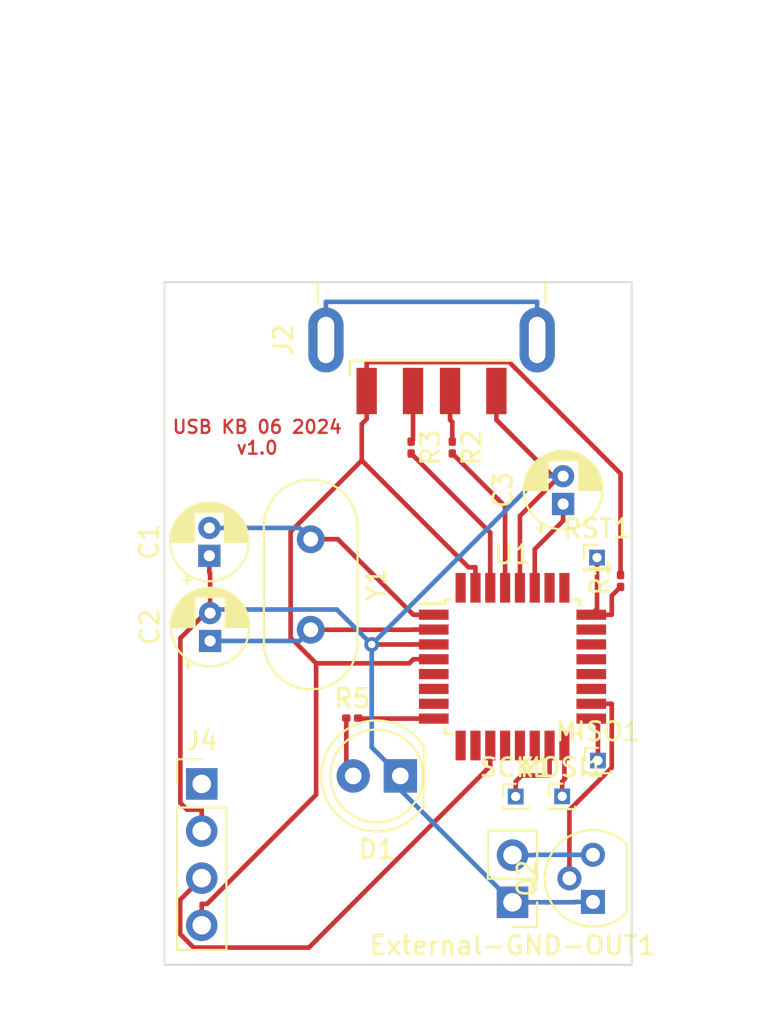
<source format=kicad_pcb>
(kicad_pcb (version 20211014) (generator pcbnew)
  (layers (0 "F.Cu" signal) (31 "B.Cu" signal) (34 "B.Paste" user) (35 "F.Paste" user) (36 "B.SilkS" user "B.Silkscreen") (37 "F.SilkS" user "F.Silkscreen") (38 "B.Mask" user) (39 "F.Mask" user) (44 "Edge.Cuts" user))
  (net 0 "")
  (net 1 "/RST_IC")
  (net 2 "Net-(J2-Pad3)")
  (net 3 "/D+")
  (net 4 "Net-(J2-Pad2)")
  (net 5 "/D-")
  (net 6 "Net-(C2-Pad1)")
  (net 7 "GND")
  (net 15 "/SCK_IC")
  (net 16 "/MOSI_IC")
  (net 17 "/MISO_IC")
  (net 25 "Net-(C3-Pad1)")
  (net 27 "Net-(C1-Pad2)")
  (net 28 "/VCC")
  (net 29 "unconnected-(J2-Pad5)")
  (net 31 "Net-(External-GND-OUT1-Pad2)")
  (net 33 "Net-(D1-Pad2)")
  (net 34 "Net-(J4-Pad3)")
  (net 35 "Net-(U1-Pad8)")
  (net 36 "Net-(Q2-Pad2)")
  (net 37 "Net-(SYN480R1-Pad3)")
  (net 38 "Net-(1uF1-Pad1)")
  (footprint "Resistor_SMD:R_0201_0603Metric" (layer "F.Cu") (at 111.07 84.71 -90)
    (fp_text reference "R2" (at 0 -1.05 90) (layer "F.SilkS"))
    (fp_text value "R 22")
    (pad "1" smd roundrect (at -0.32 0 270) (size 0.46 0.4) (layers "F.Cu" "F.Mask") (net 2 "Net-(J2-Pad3)"))
    (pad "2" smd roundrect (at 0.32 0 270) (size 0.46 0.4) (layers "F.Cu" "F.Mask") (net 3 "/D+"))
  )
  (footprint "Package_QFP:TQFP-32_7x7mm_P0.8mm" (layer "F.Cu") (at 114.32 96.52)
    (fp_text reference "U1" (at 0 -6.05) (layer "F.SilkS"))
    (fp_text value "ATmega16U2-A")
    (fp_line (start -3.625 -3.625) (end -3.3 -3.625) (layer "F.SilkS") (width 0.15))
    (fp_line (start 3.625 -3.625) (end 3.3 -3.625) (layer "F.SilkS") (width 0.15))
    (fp_line (start 3.625 3.625) (end 3.625 3.3) (layer "F.SilkS") (width 0.15))
    (fp_line (start -3.625 -3.4) (end -5.05 -3.4) (layer "F.SilkS") (width 0.15))
    (fp_line (start -3.625 3.625) (end -3.625 3.3) (layer "F.SilkS") (width 0.15))
    (fp_line (start -3.625 -3.625) (end -3.625 -3.4) (layer "F.SilkS") (width 0.15))
    (fp_line (start 3.625 -3.625) (end 3.625 -3.3) (layer "F.SilkS") (width 0.15))
    (fp_line (start 3.625 3.625) (end 3.3 3.625) (layer "F.SilkS") (width 0.15))
    (fp_line (start -3.625 3.625) (end -3.3 3.625) (layer "F.SilkS") (width 0.15))
    (pad "1" smd rect (at -4.25 -2.8) (size 1.6 0.55) (layers "F.Cu" "F.Paste" "F.Mask") (net 27 "Net-(C1-Pad2)"))
    (pad "2" smd rect (at -4.25 -2) (size 1.6 0.55) (layers "F.Cu" "F.Paste" "F.Mask") (net 6 "Net-(C2-Pad1)"))
    (pad "3" smd rect (at -4.25 -1.2) (size 1.6 0.55) (layers "F.Cu" "F.Paste" "F.Mask") (net 7 "GND"))
    (pad "4" smd rect (at -4.25 -0.4) (size 1.6 0.55) (layers "F.Cu" "F.Paste" "F.Mask") (net 28 "/VCC"))
    (pad "5" smd rect (at -4.25 0.4) (size 1.6 0.55) (layers "F.Cu" "F.Paste" "F.Mask"))
    (pad "6" smd rect (at -4.25 1.2) (size 1.6 0.55) (layers "F.Cu" "F.Paste" "F.Mask"))
    (pad "7" smd rect (at -4.25 2) (size 1.6 0.55) (layers "F.Cu" "F.Paste" "F.Mask"))
    (pad "8" smd rect (at -4.25 2.8) (size 1.6 0.55) (layers "F.Cu" "F.Paste" "F.Mask") (net 35 "Net-(U1-Pad8)"))
    (pad "9" smd rect (at -2.8 4.25 90) (size 1.6 0.55) (layers "F.Cu" "F.Paste" "F.Mask"))
    (pad "10" smd rect (at -2 4.25 90) (size 1.6 0.55) (layers "F.Cu" "F.Paste" "F.Mask"))
    (pad "11" smd rect (at -1.2 4.25 90) (size 1.6 0.55) (layers "F.Cu" "F.Paste" "F.Mask") (net 37 "Net-(SYN480R1-Pad3)"))
    (pad "12" smd rect (at -0.4 4.25 90) (size 1.6 0.55) (layers "F.Cu" "F.Paste" "F.Mask"))
    (pad "13" smd rect (at 0.4 4.25 90) (size 1.6 0.55) (layers "F.Cu" "F.Paste" "F.Mask"))
    (pad "14" smd rect (at 1.2 4.25 90) (size 1.6 0.55) (layers "F.Cu" "F.Paste" "F.Mask"))
    (pad "15" smd rect (at 2 4.25 90) (size 1.6 0.55) (layers "F.Cu" "F.Paste" "F.Mask") (net 15 "/SCK_IC"))
    (pad "16" smd rect (at 2.8 4.25 90) (size 1.6 0.55) (layers "F.Cu" "F.Paste" "F.Mask") (net 16 "/MOSI_IC"))
    (pad "17" smd rect (at 4.25 2.8) (size 1.6 0.55) (layers "F.Cu" "F.Paste" "F.Mask") (net 17 "/MISO_IC"))
    (pad "18" smd rect (at 4.25 2) (size 1.6 0.55) (layers "F.Cu" "F.Paste" "F.Mask") (net 36 "Net-(Q2-Pad2)"))
    (pad "19" smd rect (at 4.25 1.2) (size 1.6 0.55) (layers "F.Cu" "F.Paste" "F.Mask"))
    (pad "20" smd rect (at 4.25 0.4) (size 1.6 0.55) (layers "F.Cu" "F.Paste" "F.Mask"))
    (pad "21" smd rect (at 4.25 -0.4) (size 1.6 0.55) (layers "F.Cu" "F.Paste" "F.Mask"))
    (pad "22" smd rect (at 4.25 -1.2) (size 1.6 0.55) (layers "F.Cu" "F.Paste" "F.Mask"))
    (pad "23" smd rect (at 4.25 -2) (size 1.6 0.55) (layers "F.Cu" "F.Paste" "F.Mask"))
    (pad "24" smd rect (at 4.25 -2.8) (size 1.6 0.55) (layers "F.Cu" "F.Paste" "F.Mask") (net 1 "/RST_IC"))
    (pad "25" smd rect (at 2.8 -4.25 90) (size 1.6 0.55) (layers "F.Cu" "F.Paste" "F.Mask"))
    (pad "26" smd rect (at 2 -4.25 90) (size 1.6 0.55) (layers "F.Cu" "F.Paste" "F.Mask"))
    (pad "27" smd rect (at 1.2 -4.25 90) (size 1.6 0.55) (layers "F.Cu" "F.Paste" "F.Mask") (net 38 "Net-(1uF1-Pad1)"))
    (pad "28" smd rect (at 0.4 -4.25 90) (size 1.6 0.55) (layers "F.Cu" "F.Paste" "F.Mask") (net 7 "GND"))
    (pad "29" smd rect (at -0.4 -4.25 90) (size 1.6 0.55) (layers "F.Cu" "F.Paste" "F.Mask") (net 3 "/D+"))
    (pad "30" smd rect (at -1.2 -4.25 90) (size 1.6 0.55) (layers "F.Cu" "F.Paste" "F.Mask") (net 5 "/D-"))
    (pad "31" smd rect (at -2 -4.25 90) (size 1.6 0.55) (layers "F.Cu" "F.Paste" "F.Mask") (net 28 "/VCC"))
    (pad "32" smd rect (at -2.8 -4.25 90) (size 1.6 0.55) (layers "F.Cu" "F.Paste" "F.Mask"))
  )
  (footprint "Connector_PinHeader_1.00mm:PinHeader_1x01_P1.00mm_Vertical" (layer "F.Cu") (at 117 103.51)
    (fp_text reference "MOSI1" (at 0 -1.56) (layer "F.SilkS"))
    (fp_text value "MOSI")
    (fp_line (start -0.695 0.685) (end -0.608276 0.685) (layer "F.SilkS") (width 0.12))
    (fp_line (start -0.695 -0.685) (end 0 -0.685) (layer "F.SilkS") (width 0.12))
    (fp_line (start -0.695 0) (end -0.695 -0.685) (layer "F.SilkS") (width 0.12))
    (fp_line (start 0.695 0.685) (end 0.695 0.56) (layer "F.SilkS") (width 0.12))
    (fp_line (start 0.608276 0.685) (end 0.695 0.685) (layer "F.SilkS") (width 0.12))
    (fp_line (start -0.695 0.685) (end 0.695 0.685) (layer "F.SilkS") (width 0.12))
    (fp_line (start -0.695 0.685) (end -0.695 0.56) (layer "F.SilkS") (width 0.12))
    (pad "1" thru_hole rect (at 0 0) (size 0.85 0.85) (drill 0.5) (layers *.Cu *.Mask) (net 16 "/MOSI_IC"))
  )
  (footprint "Resistor_SMD:R_0201_0603Metric" (layer "F.Cu") (at 105.67 99.29)
    (fp_text reference "R5" (at 0 -1.05) (layer "F.SilkS"))
    (fp_text value "R10k")
    (pad "1" smd roundrect (at -0.32 0) (size 0.46 0.4) (layers "F.Cu" "F.Mask") (net 33 "Net-(D1-Pad2)"))
    (pad "2" smd roundrect (at 0.32 0) (size 0.46 0.4) (layers "F.Cu" "F.Mask") (net 35 "Net-(U1-Pad8)"))
  )
  (footprint "Capacitor_THT:CP_Radial_D4.0mm_P1.50mm" (layer "F.Cu") (at 98 95.1326 90)
    (fp_text reference "C2" (at 0.75 -3.25 90) (layer "F.SilkS"))
    (fp_text value "C")
    (fp_line (start 2.271 0.84) (end 2.271 1.438) (layer "F.SilkS") (width 0.12))
    (fp_line (start 2.471 -1.2) (end 2.471 1.2) (layer "F.SilkS") (width 0.12))
    (fp_line (start 2.751 -0.664) (end 2.751 0.664) (layer "F.SilkS") (width 0.12))
    (fp_line (start 1.711 -1.851) (end 1.711 -0.84) (layer "F.SilkS") (width 0.12))
    (fp_line (start 0.83 0.84) (end 0.83 2.079) (layer "F.SilkS") (width 0.12))
    (fp_line (start 1.03 0.84) (end 1.03 2.062) (layer "F.SilkS") (width 0.12))
    (fp_line (start 0.99 -2.067) (end 0.99 -0.84) (layer "F.SilkS") (width 0.12))
    (fp_line (start 0.75 0.84) (end 0.75 2.08) (layer "F.SilkS") (width 0.12))
    (fp_line (start 1.751 -1.83) (end 1.751 -0.84) (layer "F.SilkS") (width 0.12))
    (fp_line (start 1.831 0.84) (end 1.831 1.785) (layer "F.SilkS") (width 0.12))
    (fp_line (start 2.631 -0.94) (end 2.631 0.94) (layer "F.SilkS") (width 0.12))
    (fp_line (start 2.271 -1.438) (end 2.271 -0.84) (layer "F.SilkS") (width 0.12))
    (fp_line (start 2.551 -1.08) (end 2.551 1.08) (layer "F.SilkS") (width 0.12))
    (fp_line (start 0.75 -2.08) (end 0.75 -0.84) (layer "F.SilkS") (width 0.12))
    (fp_line (start 1.39 0.84) (end 1.39 1.982) (layer "F.SilkS") (width 0.12))
    (fp_line (start 1.591 -1.907) (end 1.591 -0.84) (layer "F.SilkS") (width 0.12))
    (fp_line (start 2.831 -0.37) (end 2.831 0.37) (layer "F.SilkS") (width 0.12))
    (fp_line (start 2.591 -1.013) (end 2.591 1.013) (layer "F.SilkS") (width 0.12))
    (fp_line (start 2.431 -1.254) (end 2.431 1.254) (layer "F.SilkS") (width 0.12))
    (fp_line (start 1.27 0.84) (end 1.27 2.016) (layer "F.SilkS") (width 0.12))
    (fp_line (start 1.39 -1.982) (end 1.39 -0.84) (layer "F.SilkS") (width 0.12))
    (fp_line (start 1.951 0.84) (end 1.951 1.708) (layer "F.SilkS") (width 0.12))
    (fp_line (start 0.95 -2.071) (end 0.95 -0.84) (layer "F.SilkS") (width 0.12))
    (fp_line (start 1.871 0.84) (end 1.871 1.76) (layer "F.SilkS") (width 0.12))
    (fp_line (start 1.671 -1.87) (end 1.671 -0.84) (layer "F.SilkS") (width 0.12))
    (fp_line (start 2.031 -1.65) (end 2.031 -0.84) (layer "F.SilkS") (width 0.12))
    (fp_line (start 1.19 -2.034) (end 1.19 -0.84) (layer "F.SilkS") (width 0.12))
    (fp_line (start 2.791 -0.537) (end 2.791 0.537) (layer "F.SilkS") (width 0.12))
    (fp_line (start 2.711 -0.768) (end 2.711 0.768) (layer "F.SilkS") (width 0.12))
    (fp_line (start 2.111 -1.587) (end 2.111 -0.84) (layer "F.SilkS") (width 0.12))
    (fp_line (start 1.551 0.84) (end 1.551 1.924) (layer "F.SilkS") (width 0.12))
    (fp_line (start 1.19 0.84) (end 1.19 2.034) (layer "F.SilkS") (width 0.12))
    (fp_line (start 2.151 0.84) (end 2.151 1.552) (layer "F.SilkS") (width 0.12))
    (fp_line (start 1.07 -2.056) (end 1.07 -0.84) (layer "F.SilkS") (width 0.12))
    (fp_line (start 0.87 -2.077) (end 0.87 -0.84) (layer "F.SilkS") (width 0.12))
    (fp_line (start 1.43 -1.968) (end 1.43 -0.84) (layer "F.SilkS") (width 0.12))
    (fp_line (start 0.83 -2.079) (end 0.83 -0.84) (layer "F.SilkS") (width 0.12))
    (fp_line (start 1.471 0.84) (end 1.471 1.954) (layer "F.SilkS") (width 0.12))
    (fp_line (start 1.751 0.84) (end 1.751 1.83) (layer "F.SilkS") (width 0.12))
    (fp_line (start 1.23 0.84) (end 1.23 2.025) (layer "F.SilkS") (width 0.12))
    (fp_line (start 1.791 -1.808) (end 1.791 -0.84) (layer "F.SilkS") (width 0.12))
    (fp_line (start 2.231 0.84) (end 2.231 1.478) (layer "F.SilkS") (width 0.12))
    (fp_line (start 0.91 0.84) (end 0.91 2.074) (layer "F.SilkS") (width 0.12))
    (fp_line (start 2.111 0.84) (end 2.111 1.587) (layer "F.SilkS") (width 0.12))
    (fp_line (start 1.511 0.84) (end 1.511 1.94) (layer "F.SilkS") (width 0.12))
    (fp_line (start 0.99 0.84) (end 0.99 2.067) (layer "F.SilkS") (width 0.12))
    (fp_line (start 1.991 -1.68) (end 1.991 -0.84) (layer "F.SilkS") (width 0.12))
    (fp_line (start 1.791 0.84) (end 1.791 1.808) (layer "F.SilkS") (width 0.12))
    (fp_line (start 1.15 -2.042) (end 1.15 -0.84) (layer "F.SilkS") (width 0.12))
    (fp_line (start 1.551 -1.924) (end 1.551 -0.84) (layer "F.SilkS") (width 0.12))
    (fp_line (start 1.31 0.84) (end 1.31 2.005) (layer "F.SilkS") (width 0.12))
    (fp_line (start 2.151 -1.552) (end 2.151 -0.84) (layer "F.SilkS") (width 0.12))
    (fp_line (start 2.311 -1.396) (end 2.311 -0.84) (layer "F.SilkS") (width 0.12))
    (fp_line (start 1.15 0.84) (end 1.15 2.042) (layer "F.SilkS") (width 0.12))
    (fp_line (start 2.191 0.84) (end 2.191 1.516) (layer "F.SilkS") (width 0.12))
    (fp_line (start 2.511 -1.142) (end 2.511 1.142) (layer "F.SilkS") (width 0.12))
    (fp_line (start 1.951 -1.708) (end 1.951 -0.84) (layer "F.SilkS") (width 0.12))
    (fp_line (start 1.871 -1.76) (end 1.871 -0.84) (layer "F.SilkS") (width 0.12))
    (fp_line (start 1.03 -2.062) (end 1.03 -0.84) (layer "F.SilkS") (width 0.12))
    (fp_line (start 2.391 -1.304) (end 2.391 1.304) (layer "F.SilkS") (width 0.12))
    (fp_line (start 0.79 0.84) (end 0.79 2.08) (layer "F.SilkS") (width 0.12))
    (fp_line (start 1.35 0.84) (end 1.35 1.994) (layer "F.SilkS") (width 0.12))
    (fp_line (start 1.11 -2.05) (end 1.11 -0.84) (layer "F.SilkS") (width 0.12))
    (fp_line (start 1.911 -1.735) (end 1.911 -0.84) (layer "F.SilkS") (width 0.12))
    (fp_line (start 1.07 0.84) (end 1.07 2.056) (layer "F.SilkS") (width 0.12))
    (fp_line (start 0.87 0.84) (end 0.87 2.077) (layer "F.SilkS") (width 0.12))
    (fp_line (start 1.471 -1.954) (end 1.471 -0.84) (layer "F.SilkS") (width 0.12))
    (fp_line (start 0.91 -2.074) (end 0.91 -0.84) (layer "F.SilkS") (width 0.12))
    (fp_line (start 2.671 -0.859) (end 2.671 0.859) (layer "F.SilkS") (width 0.12))
    (fp_line (start 0.79 -2.08) (end 0.79 -0.84) (layer "F.SilkS") (width 0.12))
    (fp_line (start 1.511 -1.94) (end 1.511 -0.84) (layer "F.SilkS") (width 0.12))
    (fp_line (start 1.31 -2.005) (end 1.31 -0.84) (layer "F.SilkS") (width 0.12))
    (fp_line (start 1.831 -1.785) (end 1.831 -0.84) (layer "F.SilkS") (width 0.12))
    (fp_line (start 1.911 0.84) (end 1.911 1.735) (layer "F.SilkS") (width 0.12))
    (fp_line (start 1.991 0.84) (end 1.991 1.68) (layer "F.SilkS") (width 0.12))
    (fp_line (start 1.11 0.84) (end 1.11 2.05) (layer "F.SilkS") (width 0.12))
    (fp_line (start 1.591 0.84) (end 1.591 1.907) (layer "F.SilkS") (width 0.12))
    (fp_line (start 1.43 0.84) (end 1.43 1.968) (layer "F.SilkS") (width 0.12))
    (fp_line (start 1.35 -1.994) (end 1.35 -0.84) (layer "F.SilkS") (width 0.12))
    (fp_line (start -1.319801 -1.395) (end -1.319801 -0.995) (layer "F.SilkS") (width 0.12))
    (fp_line (start -1.519801 -1.195) (end -1.119801 -1.195) (layer "F.SilkS") (width 0.12))
    (fp_line (start 2.031 0.84) (end 2.031 1.65) (layer "F.SilkS") (width 0.12))
    (fp_line (start 1.23 -2.025) (end 1.23 -0.84) (layer "F.SilkS") (width 0.12))
    (fp_line (start 2.071 -1.619) (end 2.071 -0.84) (layer "F.SilkS") (width 0.12))
    (fp_line (start 1.631 -1.889) (end 1.631 -0.84) (layer "F.SilkS") (width 0.12))
    (fp_line (start 1.711 0.84) (end 1.711 1.851) (layer "F.SilkS") (width 0.12))
    (fp_line (start 2.351 -1.351) (end 2.351 1.351) (layer "F.SilkS") (width 0.12))
    (fp_line (start 1.631 0.84) (end 1.631 1.889) (layer "F.SilkS") (width 0.12))
    (fp_line (start 1.671 0.84) (end 1.671 1.87) (layer "F.SilkS") (width 0.12))
    (fp_line (start 1.27 -2.016) (end 1.27 -0.84) (layer "F.SilkS") (width 0.12))
    (fp_line (start 2.231 -1.478) (end 2.231 -0.84) (layer "F.SilkS") (width 0.12))
    (fp_line (start 0.95 0.84) (end 0.95 2.071) (layer "F.SilkS") (width 0.12))
    (fp_line (start 2.191 -1.516) (end 2.191 -0.84) (layer "F.SilkS") (width 0.12))
    (fp_line (start 2.311 0.84) (end 2.311 1.396) (layer "F.SilkS") (width 0.12))
    (fp_line (start 2.071 0.84) (end 2.071 1.619) (layer "F.SilkS") (width 0.12))
    (fp_circle (center 0.75 0) (end 2.87 0) (layer "F.SilkS") (width 0.12) (fill none))
    (pad "1" thru_hole rect (at 0 0 90) (size 1.2 1.2) (drill 0.6) (layers *.Cu *.Mask) (net 6 "Net-(C2-Pad1)"))
    (pad "2" thru_hole circle (at 1.5 0 90) (size 1.2 1.2) (drill 0.6) (layers *.Cu *.Mask) (net 7 "GND"))
  )
  (footprint "Capacitor_THT:CP_Radial_D4.0mm_P1.50mm" (layer "F.Cu") (at 117.05 87.7526 90)
    (fp_text reference "C3" (at 0.75 -3.25 90) (layer "F.SilkS"))
    (fp_text value "C 1uF")
    (fp_line (start 1.23 -2.025) (end 1.23 -0.84) (layer "F.SilkS") (width 0.12))
    (fp_line (start 1.43 -1.968) (end 1.43 -0.84) (layer "F.SilkS") (width 0.12))
    (fp_line (start 1.43 0.84) (end 1.43 1.968) (layer "F.SilkS") (width 0.12))
    (fp_line (start 0.87 -2.077) (end 0.87 -0.84) (layer "F.SilkS") (width 0.12))
    (fp_line (start 1.831 -1.785) (end 1.831 -0.84) (layer "F.SilkS") (width 0.12))
    (fp_line (start 0.83 -2.079) (end 0.83 -0.84) (layer "F.SilkS") (width 0.12))
    (fp_line (start 1.671 -1.87) (end 1.671 -0.84) (layer "F.SilkS") (width 0.12))
    (fp_line (start 2.511 -1.142) (end 2.511 1.142) (layer "F.SilkS") (width 0.12))
    (fp_line (start 0.83 0.84) (end 0.83 2.079) (layer "F.SilkS") (width 0.12))
    (fp_line (start 1.951 -1.708) (end 1.951 -0.84) (layer "F.SilkS") (width 0.12))
    (fp_line (start 1.19 0.84) (end 1.19 2.034) (layer "F.SilkS") (width 0.12))
    (fp_line (start 1.951 0.84) (end 1.951 1.708) (layer "F.SilkS") (width 0.12))
    (fp_line (start 0.99 -2.067) (end 0.99 -0.84) (layer "F.SilkS") (width 0.12))
    (fp_line (start 1.591 0.84) (end 1.591 1.907) (layer "F.SilkS") (width 0.12))
    (fp_line (start 1.631 -1.889) (end 1.631 -0.84) (layer "F.SilkS") (width 0.12))
    (fp_line (start 0.79 0.84) (end 0.79 2.08) (layer "F.SilkS") (width 0.12))
    (fp_line (start 0.75 0.84) (end 0.75 2.08) (layer "F.SilkS") (width 0.12))
    (fp_line (start -1.519801 -1.195) (end -1.119801 -1.195) (layer "F.SilkS") (width 0.12))
    (fp_line (start 1.11 0.84) (end 1.11 2.05) (layer "F.SilkS") (width 0.12))
    (fp_line (start 1.991 -1.68) (end 1.991 -0.84) (layer "F.SilkS") (width 0.12))
    (fp_line (start 2.471 -1.2) (end 2.471 1.2) (layer "F.SilkS") (width 0.12))
    (fp_line (start 0.79 -2.08) (end 0.79 -0.84) (layer "F.SilkS") (width 0.12))
    (fp_line (start 1.15 0.84) (end 1.15 2.042) (layer "F.SilkS") (width 0.12))
    (fp_line (start 2.151 0.84) (end 2.151 1.552) (layer "F.SilkS") (width 0.12))
    (fp_line (start 1.911 0.84) (end 1.911 1.735) (layer "F.SilkS") (width 0.12))
    (fp_line (start -1.319801 -1.395) (end -1.319801 -0.995) (layer "F.SilkS") (width 0.12))
    (fp_line (start 2.231 0.84) (end 2.231 1.478) (layer "F.SilkS") (width 0.12))
    (fp_line (start 2.111 0.84) (end 2.111 1.587) (layer "F.SilkS") (width 0.12))
    (fp_line (start 1.31 0.84) (end 1.31 2.005) (layer "F.SilkS") (width 0.12))
    (fp_line (start 1.991 0.84) (end 1.991 1.68) (layer "F.SilkS") (width 0.12))
    (fp_line (start 2.591 -1.013) (end 2.591 1.013) (layer "F.SilkS") (width 0.12))
    (fp_line (start 1.27 -2.016) (end 1.27 -0.84) (layer "F.SilkS") (width 0.12))
    (fp_line (start 1.871 0.84) (end 1.871 1.76) (layer "F.SilkS") (width 0.12))
    (fp_line (start 1.35 -1.994) (end 1.35 -0.84) (layer "F.SilkS") (width 0.12))
    (fp_line (start 2.271 -1.438) (end 2.271 -0.84) (layer "F.SilkS") (width 0.12))
    (fp_line (start 0.75 -2.08) (end 0.75 -0.84) (layer "F.SilkS") (width 0.12))
    (fp_line (start 1.791 0.84) (end 1.791 1.808) (layer "F.SilkS") (width 0.12))
    (fp_line (start 2.551 -1.08) (end 2.551 1.08) (layer "F.SilkS") (width 0.12))
    (fp_line (start 1.511 0.84) (end 1.511 1.94) (layer "F.SilkS") (width 0.12))
    (fp_line (start 1.39 -1.982) (end 1.39 -0.84) (layer "F.SilkS") (width 0.12))
    (fp_line (start 2.711 -0.768) (end 2.711 0.768) (layer "F.SilkS") (width 0.12))
    (fp_line (start 2.791 -0.537) (end 2.791 0.537) (layer "F.SilkS") (width 0.12))
    (fp_line (start 2.311 0.84) (end 2.311 1.396) (layer "F.SilkS") (width 0.12))
    (fp_line (start 1.711 -1.851) (end 1.711 -0.84) (layer "F.SilkS") (width 0.12))
    (fp_line (start 2.111 -1.587) (end 2.111 -0.84) (layer "F.SilkS") (width 0.12))
    (fp_line (start 1.911 -1.735) (end 1.911 -0.84) (layer "F.SilkS") (width 0.12))
    (fp_line (start 2.271 0.84) (end 2.271 1.438) (layer "F.SilkS") (width 0.12))
    (fp_line (start 1.471 0.84) (end 1.471 1.954) (layer "F.SilkS") (width 0.12))
    (fp_line (start 1.03 0.84) (end 1.03 2.062) (layer "F.SilkS") (width 0.12))
    (fp_line (start 2.671 -0.859) (end 2.671 0.859) (layer "F.SilkS") (width 0.12))
    (fp_line (start 1.551 0.84) (end 1.551 1.924) (layer "F.SilkS") (width 0.12))
    (fp_line (start 0.95 0.84) (end 0.95 2.071) (layer "F.SilkS") (width 0.12))
    (fp_line (start 1.631 0.84) (end 1.631 1.889) (layer "F.SilkS") (width 0.12))
    (fp_line (start 1.35 0.84) (end 1.35 1.994) (layer "F.SilkS") (width 0.12))
    (fp_line (start 1.31 -2.005) (end 1.31 -0.84) (layer "F.SilkS") (width 0.12))
    (fp_line (start 2.231 -1.478) (end 2.231 -0.84) (layer "F.SilkS") (width 0.12))
    (fp_line (start 0.95 -2.071) (end 0.95 -0.84) (layer "F.SilkS") (width 0.12))
    (fp_line (start 2.071 -1.619) (end 2.071 -0.84) (layer "F.SilkS") (width 0.12))
    (fp_line (start 1.671 0.84) (end 1.671 1.87) (layer "F.SilkS") (width 0.12))
    (fp_line (start 1.15 -2.042) (end 1.15 -0.84) (layer "F.SilkS") (width 0.12))
    (fp_line (start 1.551 -1.924) (end 1.551 -0.84) (layer "F.SilkS") (width 0.12))
    (fp_line (start 0.87 0.84) (end 0.87 2.077) (layer "F.SilkS") (width 0.12))
    (fp_line (start 1.711 0.84) (end 1.711 1.851) (layer "F.SilkS") (width 0.12))
    (fp_line (start 1.07 -2.056) (end 1.07 -0.84) (layer "F.SilkS") (width 0.12))
    (fp_line (start 1.23 0.84) (end 1.23 2.025) (layer "F.SilkS") (width 0.12))
    (fp_line (start 2.191 0.84) (end 2.191 1.516) (layer "F.SilkS") (width 0.12))
    (fp_line (start 2.191 -1.516) (end 2.191 -0.84) (layer "F.SilkS") (width 0.12))
    (fp_line (start 2.311 -1.396) (end 2.311 -0.84) (layer "F.SilkS") (width 0.12))
    (fp_line (start 2.751 -0.664) (end 2.751 0.664) (layer "F.SilkS") (width 0.12))
    (fp_line (start 1.27 0.84) (end 1.27 2.016) (layer "F.SilkS") (width 0.12))
    (fp_line (start 1.39 0.84) (end 1.39 1.982) (layer "F.SilkS") (width 0.12))
    (fp_line (start 1.791 -1.808) (end 1.791 -0.84) (layer "F.SilkS") (width 0.12))
    (fp_line (start 2.391 -1.304) (end 2.391 1.304) (layer "F.SilkS") (width 0.12))
    (fp_line (start 1.591 -1.907) (end 1.591 -0.84) (layer "F.SilkS") (width 0.12))
    (fp_line (start 2.031 0.84) (end 2.031 1.65) (layer "F.SilkS") (width 0.12))
    (fp_line (start 1.871 -1.76) (end 1.871 -0.84) (layer "F.SilkS") (width 0.12))
    (fp_line (start 0.91 0.84) (end 0.91 2.074) (layer "F.SilkS") (width 0.12))
    (fp_line (start 2.831 -0.37) (end 2.831 0.37) (layer "F.SilkS") (width 0.12))
    (fp_line (start 2.031 -1.65) (end 2.031 -0.84) (layer "F.SilkS") (width 0.12))
    (fp_line (start 1.471 -1.954) (end 1.471 -0.84) (layer "F.SilkS") (width 0.12))
    (fp_line (start 2.631 -0.94) (end 2.631 0.94) (layer "F.SilkS") (width 0.12))
    (fp_line (start 1.03 -2.062) (end 1.03 -0.84) (layer "F.SilkS") (width 0.12))
    (fp_line (start 1.11 -2.05) (end 1.11 -0.84) (layer "F.SilkS") (width 0.12))
    (fp_line (start 2.071 0.84) (end 2.071 1.619) (layer "F.SilkS") (width 0.12))
    (fp_line (start 1.19 -2.034) (end 1.19 -0.84) (layer "F.SilkS") (width 0.12))
    (fp_line (start 1.07 0.84) (end 1.07 2.056) (layer "F.SilkS") (width 0.12))
    (fp_line (start 2.151 -1.552) (end 2.151 -0.84) (layer "F.SilkS") (width 0.12))
    (fp_line (start 1.751 -1.83) (end 1.751 -0.84) (layer "F.SilkS") (width 0.12))
    (fp_line (start 1.751 0.84) (end 1.751 1.83) (layer "F.SilkS") (width 0.12))
    (fp_line (start 1.511 -1.94) (end 1.511 -0.84) (layer "F.SilkS") (width 0.12))
    (fp_line (start 2.351 -1.351) (end 2.351 1.351) (layer "F.SilkS") (width 0.12))
    (fp_line (start 0.91 -2.074) (end 0.91 -0.84) (layer "F.SilkS") (width 0.12))
    (fp_line (start 2.431 -1.254) (end 2.431 1.254) (layer "F.SilkS") (width 0.12))
    (fp_line (start 0.99 0.84) (end 0.99 2.067) (layer "F.SilkS") (width 0.12))
    (fp_line (start 1.831 0.84) (end 1.831 1.785) (layer "F.SilkS") (width 0.12))
    (fp_circle (center 0.75 0) (end 2.87 0) (layer "F.SilkS") (width 0.12) (fill none))
    (pad "1" thru_hole rect (at 0 0 90) (size 1.2 1.2) (drill 0.6) (layers *.Cu *.Mask) (net 25 "Net-(C3-Pad1)"))
    (pad "2" thru_hole circle (at 1.5 0 90) (size 1.2 1.2) (drill 0.6) (layers *.Cu *.Mask) (net 7 "GND"))
  )
  (footprint "Connector_PinHeader_2.54mm:PinHeader_1x02_P2.54mm_Vertical" (layer "F.Cu") (at 114.32 109.22 180)
    (fp_text reference "External-GND-OUT1" (at 0 -2.33 180) (layer "F.SilkS"))
    (fp_text value "Conn_01x02_Male External GND SRC")
    (fp_line (start 1.33 1.27) (end 1.33 3.87) (layer "F.SilkS") (width 0.12))
    (fp_line (start -1.33 3.87) (end 1.33 3.87) (layer "F.SilkS") (width 0.12))
    (fp_line (start -1.33 1.27) (end 1.33 1.27) (layer "F.SilkS") (width 0.12))
    (fp_line (start -1.33 0) (end -1.33 -1.33) (layer "F.SilkS") (width 0.12))
    (fp_line (start -1.33 -1.33) (end 0 -1.33) (layer "F.SilkS") (width 0.12))
    (fp_line (start -1.33 1.27) (end -1.33 3.87) (layer "F.SilkS") (width 0.12))
    (pad "1" thru_hole rect (at 0 0 180) (size 1.7 1.7) (drill 1) (layers *.Cu *.Mask) (net 7 "GND"))
    (pad "2" thru_hole oval (at 0 2.54 180) (size 1.7 1.7) (drill 1) (layers *.Cu *.Mask) (net 31 "Net-(External-GND-OUT1-Pad2)"))
  )
  (footprint "Connector_USB:USB_A_CNCTech_1001-011-01101_Horizontal" (layer "F.Cu") (at 109.95 72.01 90)
    (fp_text reference "J2" (at -6.9 -8 90) (layer "F.SilkS"))
    (fp_text value "USB_A")
    (fp_line (start -8.02 -4.4) (end -8.02 4.4) (layer "F.SilkS") (width 0.12))
    (fp_line (start -4.85 -6.145) (end -3.8 -6.145) (layer "F.SilkS") (width 0.12))
    (fp_line (start -4.85 6.145) (end -3.8 6.145) (layer "F.SilkS") (width 0.12))
    (fp_line (start -8.02 -4.4) (end -8.775 -4.4) (layer "F.SilkS") (width 0.12))
    (pad "" np_thru_hole circle (at -6.9 2.3 90) (size 1.1 1.1) (drill 1.1) (layers *.Cu *.Mask))
    (pad "" np_thru_hole circle (at -6.9 -2.3 90) (size 1.1 1.1) (drill 1.1) (layers *.Cu *.Mask))
    (pad "1" smd rect (at -9.65 -3.5 90) (size 2.5 1.1) (layers "F.Cu" "F.Paste" "F.Mask") (net 28 "/VCC"))
    (pad "2" smd rect (at -9.65 -1 90) (size 2.5 1.1) (layers "F.Cu" "F.Paste" "F.Mask") (net 4 "Net-(J2-Pad2)"))
    (pad "3" smd rect (at -9.65 1 90) (size 2.5 1.1) (layers "F.Cu" "F.Paste" "F.Mask") (net 2 "Net-(J2-Pad3)"))
    (pad "4" smd rect (at -9.65 3.5 90) (size 2.5 1.1) (layers "F.Cu" "F.Paste" "F.Mask") (net 7 "GND"))
    (pad "5" thru_hole oval (at -6.9 5.7 90) (size 3.5 1.9) (drill oval 2.5 0.9) (layers *.Cu *.Mask) (net 29 "unconnected-(J2-Pad5)"))
    (pad "5" thru_hole oval (at -6.9 -5.7 90) (size 3.5 1.9) (drill oval 2.5 0.9) (layers *.Cu *.Mask) (net 29 "unconnected-(J2-Pad5)"))
  )
  (footprint "Connector_PinHeader_1.00mm:PinHeader_1x01_P1.00mm_Vertical" (layer "F.Cu") (at 114.49 103.52)
    (fp_text reference "SCK1" (at 0 -1.56) (layer "F.SilkS"))
    (fp_text value "SCK")
    (fp_line (start -0.695 0.685) (end 0.695 0.685) (layer "F.SilkS") (width 0.12))
    (fp_line (start -0.695 0) (end -0.695 -0.685) (layer "F.SilkS") (width 0.12))
    (fp_line (start -0.695 -0.685) (end 0 -0.685) (layer "F.SilkS") (width 0.12))
    (fp_line (start 0.608276 0.685) (end 0.695 0.685) (layer "F.SilkS") (width 0.12))
    (fp_line (start 0.695 0.685) (end 0.695 0.56) (layer "F.SilkS") (width 0.12))
    (fp_line (start -0.695 0.685) (end -0.608276 0.685) (layer "F.SilkS") (width 0.12))
    (fp_line (start -0.695 0.685) (end -0.695 0.56) (layer "F.SilkS") (width 0.12))
    (pad "1" thru_hole rect (at 0 0) (size 0.85 0.85) (drill 0.5) (layers *.Cu *.Mask) (net 15 "/SCK_IC"))
  )
  (footprint "Capacitor_THT:CP_Radial_D4.0mm_P1.50mm" (layer "F.Cu") (at 97.96 90.5426 90)
    (fp_text reference "C1" (at 0.75 -3.25 90) (layer "F.SilkS"))
    (fp_text value "C")
    (fp_line (start 1.951 -1.708) (end 1.951 -0.84) (layer "F.SilkS") (width 0.12))
    (fp_line (start 2.031 -1.65) (end 2.031 -0.84) (layer "F.SilkS") (width 0.12))
    (fp_line (start 1.871 -1.76) (end 1.871 -0.84) (layer "F.SilkS") (width 0.12))
    (fp_line (start 1.751 -1.83) (end 1.751 -0.84) (layer "F.SilkS") (width 0.12))
    (fp_line (start 0.95 0.84) (end 0.95 2.071) (layer "F.SilkS") (width 0.12))
    (fp_line (start 2.271 -1.438) (end 2.271 -0.84) (layer "F.SilkS") (width 0.12))
    (fp_line (start 1.35 0.84) (end 1.35 1.994) (layer "F.SilkS") (width 0.12))
    (fp_line (start 1.11 -2.05) (end 1.11 -0.84) (layer "F.SilkS") (width 0.12))
    (fp_line (start 1.27 0.84) (end 1.27 2.016) (layer "F.SilkS") (width 0.12))
    (fp_line (start 2.071 -1.619) (end 2.071 -0.84) (layer "F.SilkS") (width 0.12))
    (fp_line (start 1.751 0.84) (end 1.751 1.83) (layer "F.SilkS") (width 0.12))
    (fp_line (start 1.711 -1.851) (end 1.711 -0.84) (layer "F.SilkS") (width 0.12))
    (fp_line (start 1.711 0.84) (end 1.711 1.851) (layer "F.SilkS") (width 0.12))
    (fp_line (start 2.391 -1.304) (end 2.391 1.304) (layer "F.SilkS") (width 0.12))
    (fp_line (start 1.19 0.84) (end 1.19 2.034) (layer "F.SilkS") (width 0.12))
    (fp_line (start 1.791 0.84) (end 1.791 1.808) (layer "F.SilkS") (width 0.12))
    (fp_line (start 1.31 -2.005) (end 1.31 -0.84) (layer "F.SilkS") (width 0.12))
    (fp_line (start 1.15 -2.042) (end 1.15 -0.84) (layer "F.SilkS") (width 0.12))
    (fp_line (start 1.39 -1.982) (end 1.39 -0.84) (layer "F.SilkS") (width 0.12))
    (fp_line (start 0.75 0.84) (end 0.75 2.08) (layer "F.SilkS") (width 0.12))
    (fp_line (start 2.111 0.84) (end 2.111 1.587) (layer "F.SilkS") (width 0.12))
    (fp_line (start 0.91 0.84) (end 0.91 2.074) (layer "F.SilkS") (width 0.12))
    (fp_line (start 2.791 -0.537) (end 2.791 0.537) (layer "F.SilkS") (width 0.12))
    (fp_line (start 1.471 -1.954) (end 1.471 -0.84) (layer "F.SilkS") (width 0.12))
    (fp_line (start 0.91 -2.074) (end 0.91 -0.84) (layer "F.SilkS") (width 0.12))
    (fp_line (start 1.07 -2.056) (end 1.07 -0.84) (layer "F.SilkS") (width 0.12))
    (fp_line (start 2.431 -1.254) (end 2.431 1.254) (layer "F.SilkS") (width 0.12))
    (fp_line (start 2.591 -1.013) (end 2.591 1.013) (layer "F.SilkS") (width 0.12))
    (fp_line (start 1.911 -1.735) (end 1.911 -0.84) (layer "F.SilkS") (width 0.12))
    (fp_line (start 1.15 0.84) (end 1.15 2.042) (layer "F.SilkS") (width 0.12))
    (fp_line (start 2.191 -1.516) (end 2.191 -0.84) (layer "F.SilkS") (width 0.12))
    (fp_line (start 1.471 0.84) (end 1.471 1.954) (layer "F.SilkS") (width 0.12))
    (fp_line (start 2.231 0.84) (end 2.231 1.478) (layer "F.SilkS") (width 0.12))
    (fp_line (start 2.631 -0.94) (end 2.631 0.94) (layer "F.SilkS") (width 0.12))
    (fp_line (start 0.79 0.84) (end 0.79 2.08) (layer "F.SilkS") (width 0.12))
    (fp_line (start 1.791 -1.808) (end 1.791 -0.84) (layer "F.SilkS") (width 0.12))
    (fp_line (start 2.671 -0.859) (end 2.671 0.859) (layer "F.SilkS") (width 0.12))
    (fp_line (start 2.231 -1.478) (end 2.231 -0.84) (layer "F.SilkS") (width 0.12))
    (fp_line (start 1.03 0.84) (end 1.03 2.062) (layer "F.SilkS") (width 0.12))
    (fp_line (start 0.79 -2.08) (end 0.79 -0.84) (layer "F.SilkS") (width 0.12))
    (fp_line (start 1.11 0.84) (end 1.11 2.05) (layer "F.SilkS") (width 0.12))
    (fp_line (start 1.591 -1.907) (end 1.591 -0.84) (layer "F.SilkS") (width 0.12))
    (fp_line (start 1.831 0.84) (end 1.831 1.785) (layer "F.SilkS") (width 0.12))
    (fp_line (start 1.43 -1.968) (end 1.43 -0.84) (layer "F.SilkS") (width 0.12))
    (fp_line (start 1.551 -1.924) (end 1.551 -0.84) (layer "F.SilkS") (width 0.12))
    (fp_line (start 2.471 -1.2) (end 2.471 1.2) (layer "F.SilkS") (width 0.12))
    (fp_line (start 1.671 -1.87) (end 1.671 -0.84) (layer "F.SilkS") (width 0.12))
    (fp_line (start 1.35 -1.994) (end 1.35 -0.84) (layer "F.SilkS") (width 0.12))
    (fp_line (start 1.671 0.84) (end 1.671 1.87) (layer "F.SilkS") (width 0.12))
    (fp_line (start 1.31 0.84) (end 1.31 2.005) (layer "F.SilkS") (width 0.12))
    (fp_line (start 2.071 0.84) (end 2.071 1.619) (layer "F.SilkS") (width 0.12))
    (fp_line (start 1.871 0.84) (end 1.871 1.76) (layer "F.SilkS") (width 0.12))
    (fp_line (start 1.991 -1.68) (end 1.991 -0.84) (layer "F.SilkS") (width 0.12))
    (fp_line (start 1.631 -1.889) (end 1.631 -0.84) (layer "F.SilkS") (width 0.12))
    (fp_line (start 2.151 -1.552) (end 2.151 -0.84) (layer "F.SilkS") (width 0.12))
    (fp_line (start 0.99 -2.067) (end 0.99 -0.84) (layer "F.SilkS") (width 0.12))
    (fp_line (start 0.95 -2.071) (end 0.95 -0.84) (layer "F.SilkS") (width 0.12))
    (fp_line (start 1.03 -2.062) (end 1.03 -0.84) (layer "F.SilkS") (width 0.12))
    (fp_line (start 1.951 0.84) (end 1.951 1.708) (layer "F.SilkS") (width 0.12))
    (fp_line (start 1.43 0.84) (end 1.43 1.968) (layer "F.SilkS") (width 0.12))
    (fp_line (start 1.511 0.84) (end 1.511 1.94) (layer "F.SilkS") (width 0.12))
    (fp_line (start 1.591 0.84) (end 1.591 1.907) (layer "F.SilkS") (width 0.12))
    (fp_line (start 2.031 0.84) (end 2.031 1.65) (layer "F.SilkS") (width 0.12))
    (fp_line (start 1.551 0.84) (end 1.551 1.924) (layer "F.SilkS") (width 0.12))
    (fp_line (start 0.99 0.84) (end 0.99 2.067) (layer "F.SilkS") (width 0.12))
    (fp_line (start 1.23 0.84) (end 1.23 2.025) (layer "F.SilkS") (width 0.12))
    (fp_line (start 2.311 -1.396) (end 2.311 -0.84) (layer "F.SilkS") (width 0.12))
    (fp_line (start 2.831 -0.37) (end 2.831 0.37) (layer "F.SilkS") (width 0.12))
    (fp_line (start 1.911 0.84) (end 1.911 1.735) (layer "F.SilkS") (width 0.12))
    (fp_line (start 0.83 0.84) (end 0.83 2.079) (layer "F.SilkS") (width 0.12))
    (fp_line (start 1.19 -2.034) (end 1.19 -0.84) (layer "F.SilkS") (width 0.12))
    (fp_line (start 1.27 -2.016) (end 1.27 -0.84) (layer "F.SilkS") (width 0.12))
    (fp_line (start 1.991 0.84) (end 1.991 1.68) (layer "F.SilkS") (width 0.12))
    (fp_line (start 1.23 -2.025) (end 1.23 -0.84) (layer "F.SilkS") (width 0.12))
    (fp_line (start 0.83 -2.079) (end 0.83 -0.84) (layer "F.SilkS") (width 0.12))
    (fp_line (start -1.519801 -1.195) (end -1.119801 -1.195) (layer "F.SilkS") (width 0.12))
    (fp_line (start 1.39 0.84) (end 1.39 1.982) (layer "F.SilkS") (width 0.12))
    (fp_line (start 2.271 0.84) (end 2.271 1.438) (layer "F.SilkS") (width 0.12))
    (fp_line (start -1.319801 -1.395) (end -1.319801 -0.995) (layer "F.SilkS") (width 0.12))
    (fp_line (start 0.87 0.84) (end 0.87 2.077) (layer "F.SilkS") (width 0.12))
    (fp_line (start 0.75 -2.08) (end 0.75 -0.84) (layer "F.SilkS") (width 0.12))
    (fp_line (start 2.751 -0.664) (end 2.751 0.664) (layer "F.SilkS") (width 0.12))
    (fp_line (start 1.07 0.84) (end 1.07 2.056) (layer "F.SilkS") (width 0.12))
    (fp_line (start 2.551 -1.08) (end 2.551 1.08) (layer "F.SilkS") (width 0.12))
    (fp_line (start 0.87 -2.077) (end 0.87 -0.84) (layer "F.SilkS") (width 0.12))
    (fp_line (start 2.351 -1.351) (end 2.351 1.351) (layer "F.SilkS") (width 0.12))
    (fp_line (start 2.151 0.84) (end 2.151 1.552) (layer "F.SilkS") (width 0.12))
    (fp_line (start 1.631 0.84) (end 1.631 1.889) (layer "F.SilkS") (width 0.12))
    (fp_line (start 2.311 0.84) (end 2.311 1.396) (layer "F.SilkS") (width 0.12))
    (fp_line (start 1.831 -1.785) (end 1.831 -0.84) (layer "F.SilkS") (width 0.12))
    (fp_line (start 2.191 0.84) (end 2.191 1.516) (layer "F.SilkS") (width 0.12))
    (fp_line (start 2.711 -0.768) (end 2.711 0.768) (layer "F.SilkS") (width 0.12))
    (fp_line (start 1.511 -1.94) (end 1.511 -0.84) (layer "F.SilkS") (width 0.12))
    (fp_line (start 2.111 -1.587) (end 2.111 -0.84) (layer "F.SilkS") (width 0.12))
    (fp_line (start 2.511 -1.142) (end 2.511 1.142) (layer "F.SilkS") (width 0.12))
    (fp_circle (center 0.75 0) (end 2.87 0) (layer "F.SilkS") (width 0.12) (fill none))
    (pad "1" thru_hole rect (at 0 0 90) (size 1.2 1.2) (drill 0.6) (layers *.Cu *.Mask) (net 7 "GND"))
    (pad "2" thru_hole circle (at 1.5 0 90) (size 1.2 1.2) (drill 0.6) (layers *.Cu *.Mask) (net 27 "Net-(C1-Pad2)"))
  )
  (footprint "Resistor_SMD:R_0201_0603Metric" (layer "F.Cu") (at 120.15 91.9 -90)
    (fp_text reference "R1" (at -0.19 1.11 -270) (layer "F.SilkS"))
    (fp_text value "R10k")
    (pad "1" smd roundrect (at -0.32 0 270) (size 0.46 0.4) (layers "F.Cu" "F.Mask") (net 28 "/VCC"))
    (pad "2" smd roundrect (at 0.32 0 270) (size 0.46 0.4) (layers "F.Cu" "F.Mask") (net 1 "/RST_IC"))
  )
  (footprint "Connector_PinHeader_1.00mm:PinHeader_1x01_P1.00mm_Vertical" (layer "F.Cu") (at 118.93 101.58)
    (fp_text reference "MISO1" (at 0 -1.56) (layer "F.SilkS"))
    (fp_text value "MISO")
    (fp_line (start -0.695 0.685) (end -0.608276 0.685) (layer "F.SilkS") (width 0.12))
    (fp_line (start -0.695 0.685) (end 0.695 0.685) (layer "F.SilkS") (width 0.12))
    (fp_line (start -0.695 0.685) (end -0.695 0.56) (layer "F.SilkS") (width 0.12))
    (fp_line (start 0.695 0.685) (end 0.695 0.56) (layer "F.SilkS") (width 0.12))
    (fp_line (start 0.608276 0.685) (end 0.695 0.685) (layer "F.SilkS") (width 0.12))
    (fp_line (start -0.695 0) (end -0.695 -0.685) (layer "F.SilkS") (width 0.12))
    (fp_line (start -0.695 -0.685) (end 0 -0.685) (layer "F.SilkS") (width 0.12))
    (pad "1" thru_hole rect (at 0 0) (size 0.85 0.85) (drill 0.5) (layers *.Cu *.Mask) (net 17 "/MISO_IC"))
  )
  (footprint "Package_TO_SOT_THT:TO-92" (layer "F.Cu") (at 118.66 109.2 90)
    (fp_text reference "Q2" (at 1.27 -3.56 90) (layer "F.SilkS"))
    (fp_text value "Q_NPN_BCE")
    (fp_line (start -0.53 1.85) (end 3.07 1.85) (layer "F.SilkS") (width 0.12))
    (fp_arc (start -0.568478 1.838478) (mid -1.132087 -0.994977) (end 1.27 -2.6) (layer "F.SilkS") (width 0.12))
    (fp_arc (start 1.27 -2.6) (mid 3.672087 -0.994977) (end 3.108478 1.838478) (layer "F.SilkS") (width 0.12))
    (pad "1" thru_hole rect (at 0 0 90) (size 1.3 1.3) (drill 0.75) (layers *.Cu *.Mask) (net 7 "GND"))
    (pad "2" thru_hole circle (at 1.27 -1.27 90) (size 1.3 1.3) (drill 0.75) (layers *.Cu *.Mask) (net 36 "Net-(Q2-Pad2)"))
    (pad "3" thru_hole circle (at 2.54 0 90) (size 1.3 1.3) (drill 0.75) (layers *.Cu *.Mask) (net 31 "Net-(External-GND-OUT1-Pad2)"))
  )
  (footprint "Resistor_SMD:R_0201_0603Metric" (layer "F.Cu") (at 108.85 84.71 -90)
    (fp_text reference "R3" (at 0 -1.05 90) (layer "F.SilkS"))
    (fp_text value "R 22")
    (pad "1" smd roundrect (at -0.32 0 270) (size 0.46 0.4) (layers "F.Cu" "F.Mask") (net 4 "Net-(J2-Pad2)"))
    (pad "2" smd roundrect (at 0.32 0 270) (size 0.46 0.4) (layers "F.Cu" "F.Mask") (net 5 "/D-"))
  )
  (footprint "Connector_PinHeader_1.00mm:PinHeader_1x01_P1.00mm_Vertical" (layer "F.Cu") (at 118.88 90.64)
    (fp_text reference "RST1" (at 0 -1.56) (layer "F.SilkS"))
    (fp_text value "RST")
    (fp_line (start -0.695 0) (end -0.695 -0.685) (layer "F.SilkS") (width 0.12))
    (fp_line (start -0.695 0.685) (end 0.695 0.685) (layer "F.SilkS") (width 0.12))
    (fp_line (start -0.695 -0.685) (end 0 -0.685) (layer "F.SilkS") (width 0.12))
    (fp_line (start 0.608276 0.685) (end 0.695 0.685) (layer "F.SilkS") (width 0.12))
    (fp_line (start -0.695 0.685) (end -0.608276 0.685) (layer "F.SilkS") (width 0.12))
    (fp_line (start -0.695 0.685) (end -0.695 0.56) (layer "F.SilkS") (width 0.12))
    (fp_line (start 0.695 0.685) (end 0.695 0.56) (layer "F.SilkS") (width 0.12))
    (pad "1" thru_hole rect (at 0 0) (size 0.85 0.85) (drill 0.5) (layers *.Cu *.Mask) (net 1 "/RST_IC"))
  )
  (footprint "Connector_PinHeader_2.54mm:PinHeader_1x04_P2.54mm_Vertical" (layer "F.Cu") (at 97.55 102.84)
    (fp_text reference "J4" (at 0 -2.33) (layer "F.SilkS"))
    (fp_text value "Conn_01x04_Male SYN 480R")
    (fp_line (start -1.33 8.95) (end 1.33 8.95) (layer "F.SilkS") (width 0.12))
    (fp_line (start -1.33 0) (end -1.33 -1.33) (layer "F.SilkS") (width 0.12))
    (fp_line (start -1.33 -1.33) (end 0 -1.33) (layer "F.SilkS") (width 0.12))
    (fp_line (start -1.33 1.27) (end 1.33 1.27) (layer "F.SilkS") (width 0.12))
    (fp_line (start -1.33 1.27) (end -1.33 8.95) (layer "F.SilkS") (width 0.12))
    (fp_line (start 1.33 1.27) (end 1.33 8.95) (layer "F.SilkS") (width 0.12))
    (pad "1" thru_hole rect (at 0 0) (size 1.7 1.7) (drill 1) (layers *.Cu *.Mask))
    (pad "2" thru_hole oval (at 0 2.54) (size 1.7 1.7) (drill 1) (layers *.Cu *.Mask) (net 7 "GND"))
    (pad "3" thru_hole oval (at 0 5.08) (size 1.7 1.7) (drill 1) (layers *.Cu *.Mask) (net 34 "Net-(J4-Pad3)"))
    (pad "4" thru_hole oval (at 0 7.62) (size 1.7 1.7) (drill 1) (layers *.Cu *.Mask) (net 28 "/VCC"))
  )
  (footprint "Crystal:Crystal_HC49-U_Vertical" (layer "F.Cu") (at 103.43 89.65 -90)
    (fp_text reference "Y1" (at 2.44 -3.525 90) (layer "F.SilkS"))
    (fp_text value "Crystal")
    (fp_line (start -0.685 2.525) (end 5.565 2.525) (layer "F.SilkS") (width 0.12))
    (fp_line (start -0.685 -2.525) (end 5.565 -2.525) (layer "F.SilkS") (width 0.12))
    (fp_arc (start -0.685 2.525) (mid -3.21 0) (end -0.685 -2.525) (layer "F.SilkS") (width 0.12))
    (fp_arc (start 5.565 -2.525) (mid 8.09 0) (end 5.565 2.525) (layer "F.SilkS") (width 0.12))
    (pad "1" thru_hole circle (at 0 0 270) (size 1.5 1.5) (drill 0.8) (layers *.Cu *.Mask) (net 27 "Net-(C1-Pad2)"))
    (pad "2" thru_hole circle (at 4.88 0 270) (size 1.5 1.5) (drill 0.8) (layers *.Cu *.Mask) (net 6 "Net-(C2-Pad1)"))
  )
  (footprint "LED_THT:LED_D5.0mm" (layer "F.Cu") (at 108.265 102.41 180)
    (fp_text reference "D1" (at 1.27 -3.96) (layer "F.SilkS"))
    (fp_text value "LED")
    (fp_line (start -1.29 -1.545) (end -1.29 1.545) (layer "F.SilkS") (width 0.12))
    (fp_arc (start 4.26 -0.000462) (mid 2.072002 2.880433) (end -1.29 1.54483) (layer "F.SilkS") (width 0.12))
    (fp_arc (start -1.29 -1.54483) (mid 2.072002 -2.880433) (end 4.26 0.000462) (layer "F.SilkS") (width 0.12))
    (fp_circle (center 1.27 0) (end 3.77 0) (layer "F.SilkS") (width 0.12) (fill none))
    (pad "1" thru_hole rect (at 0 0 180) (size 1.8 1.8) (drill 0.9) (layers *.Cu *.Mask) (net 7 "GND"))
    (pad "2" thru_hole circle (at 2.54 0 180) (size 1.8 1.8) (drill 0.9) (layers *.Cu *.Mask) (net 33 "Net-(D1-Pad2)"))
  )
  (gr_rect (start 120.747573 75.8) (end 95.54 112.59) (layer "Edge.Cuts") (width 0.1) (fill none))
  (gr_text "USB KB 06 2024\nv1.0" (at 100.54 84.16) (layer "F.Cu") (effects (font (size 0.7 0.7) (thickness 0.125))))
  (segment (start 118.88 90.64) (end 118.88 93.41) (width 0.25) (layer "F.Cu") (net 1))
  (segment (start 118.57 90.82) (end 118.81 90.58) (width 0.25) (layer "F.Cu") (net 1))
  (segment (start 118.88 93.41) (end 118.57 93.72) (width 0.25) (layer "F.Cu") (net 1))
  (segment (start 120.15 92.22) (end 119.6753 92.6947) (width 0.25) (layer "F.Cu") (net 1))
  (segment (start 118.57 93.72) (end 119.6753 93.72) (width 0.25) (layer "F.Cu") (net 1))
  (segment (start 119.6753 92.6947) (end 119.6753 93.72) (width 0.25) (layer "F.Cu") (net 1))
  (segment (start 110.95 83.2153) (end 111.07 83.3353) (width 0.25) (layer "F.Cu") (net 2))
  (segment (start 111.07 83.3353) (end 111.07 84.39) (width 0.25) (layer "F.Cu") (net 2))
  (segment (start 110.95 81.66) (end 110.95 83.2153) (width 0.25) (layer "F.Cu") (net 2))
  (segment (start 113.92 92.27) (end 113.92 87.88) (width 0.25) (layer "F.Cu") (net 3))
  (segment (start 113.92 87.88) (end 111.07 85.03) (width 0.25) (layer "F.Cu") (net 3))
  (segment (start 108.95 84.29) (end 108.95 81.66) (width 0.25) (layer "F.Cu") (net 4))
  (segment (start 108.85 84.39) (end 108.95 84.29) (width 0.25) (layer "F.Cu") (net 4))
  (segment (start 108.85 85.03) (end 113.12 89.3) (width 0.25) (layer "F.Cu") (net 5))
  (segment (start 113.12 89.3) (end 113.12 92.27) (width 0.25) (layer "F.Cu") (net 5))
  (segment (start 103.43 94.53) (end 108.9547 94.53) (width 0.25) (layer "F.Cu") (net 6))
  (segment (start 110.07 94.52) (end 108.9647 94.52) (width 0.25) (layer "F.Cu") (net 6))
  (segment (start 108.9547 94.53) (end 108.9647 94.52) (width 0.25) (layer "F.Cu") (net 6))
  (segment (start 102.8274 95.1326) (end 98 95.1326) (width 0.25) (layer "B.Cu") (net 6))
  (segment (start 103.43 94.53) (end 102.8274 95.1326) (width 0.25) (layer "B.Cu") (net 6))
  (segment (start 113.45 83.2153) (end 116.6738 86.439) (width 0.25) (layer "F.Cu") (net 7))
  (segment (start 114.72 88.3928) (end 114.72 92.27) (width 0.25) (layer "F.Cu") (net 7))
  (segment (start 97.7472 93.6326) (end 98 93.6326) (width 0.25) (layer "F.Cu") (net 7))
  (segment (start 97.96 90.5426) (end 97.96 91.4479) (width 0.25) (layer "F.Cu") (net 7))
  (segment (start 97.96 91.4479) (end 98 91.4879) (width 0.25) (layer "F.Cu") (net 7))
  (segment (start 110.07 95.32) (end 108.9647 95.32) (width 0.25) (layer "F.Cu") (net 7))
  (segment (start 96.3946 103.8636) (end 96.3946 94.9852) (width 0.25) (layer "F.Cu") (net 7))
  (segment (start 97.55 104.2247) (end 96.7557 104.2247) (width 0.25) (layer "F.Cu") (net 7))
  (segment (start 116.6738 86.439) (end 114.72 88.3928) (width 0.25) (layer "F.Cu") (net 7))
  (segment (start 96.7557 104.2247) (end 96.3946 103.8636) (width 0.25) (layer "F.Cu") (net 7))
  (segment (start 108.9597 95.325) (end 108.9647 95.32) (width 0.25) (layer "F.Cu") (net 7))
  (segment (start 96.3946 94.9852) (end 97.7472 93.6326) (width 0.25) (layer "F.Cu") (net 7))
  (segment (start 113.45 81.66) (end 113.45 83.2153) (width 0.25) (layer "F.Cu") (net 7))
  (segment (start 98 91.4879) (end 98 93.6326) (width 0.25) (layer "F.Cu") (net 7))
  (segment (start 106.7217 95.325) (end 108.9597 95.325) (width 0.25) (layer "F.Cu") (net 7))
  (segment (start 116.8602 86.2526) (end 116.6738 86.439) (width 0.25) (layer "F.Cu") (net 7))
  (segment (start 97.55 105.38) (end 97.55 104.2247) (width 0.25) (layer "F.Cu") (net 7))
  (segment (start 117.05 86.2526) (end 116.8602 86.2526) (width 0.25) (layer "F.Cu") (net 7))
  (via (at 106.7217 95.325) (size 0.8) (drill 0.4) (layers "F.Cu" "B.Cu") (net 7))
  (segment (start 106.7217 100.8667) (end 108.265 102.41) (width 0.25) (layer "B.Cu") (net 7))
  (segment (start 118.66 109.2) (end 117.7047 109.2) (width 0.25) (layer "B.Cu") (net 7))
  (segment (start 106.7217 95.325) (end 106.7217 100.8667) (width 0.25) (layer "B.Cu") (net 7))
  (segment (start 117.6847 109.22) (end 114.32 109.22) (width 0.25) (layer "B.Cu") (net 7))
  (segment (start 108.265 102.41) (end 108.265 103.165) (width 0.25) (layer "B.Cu") (net 7))
  (segment (start 98 93.6326) (end 98.1928 93.4398) (width 0.25) (layer "B.Cu") (net 7))
  (segment (start 108.265 103.165) (end 114.32 109.22) (width 0.25) (layer "B.Cu") (net 7))
  (segment (start 117.7047 109.2) (end 117.6847 109.22) (width 0.25) (layer "B.Cu") (net 7))
  (segment (start 98.1928 93.4398) (end 104.8365 93.4398) (width 0.25) (layer "B.Cu") (net 7))
  (segment (start 104.8365 93.4398) (end 106.7217 95.325) (width 0.25) (layer "B.Cu") (net 7))
  (segment (start 117.05 86.2526) (end 115.7941 86.2526) (width 0.25) (layer "B.Cu") (net 7))
  (segment (start 115.7941 86.2526) (end 106.7217 95.325) (width 0.25) (layer "B.Cu") (net 7))
  (segment (start 116.32 102.35) (end 116.32 100.77) (width 0.25) (layer "F.Cu") (net 15))
  (segment (start 114.49 102.71) (end 114.81 102.39) (width 0.25) (layer "F.Cu") (net 15))
  (segment (start 116.28 102.39) (end 116.32 102.35) (width 0.25) (layer "F.Cu") (net 15))
  (segment (start 116.33 100.78) (end 116.32 100.77) (width 0.25) (layer "F.Cu") (net 15))
  (segment (start 114.81 102.39) (end 116.28 102.39) (width 0.25) (layer "F.Cu") (net 15))
  (segment (start 114.49 103.52) (end 114.49 102.71) (width 0.25) (layer "F.Cu") (net 15))
  (segment (start 117.12 102.51) (end 117.12 100.77) (width 0.25) (layer "F.Cu") (net 16))
  (segment (start 117 100.89) (end 117.12 100.77) (width 0.25) (layer "F.Cu") (net 16))
  (segment (start 117 103.51) (end 117 102.71) (width 0.25) (layer "F.Cu") (net 16))
  (segment (start 117 102.71) (end 117.16 102.55) (width 0.25) (layer "F.Cu") (net 16))
  (segment (start 117.16 102.55) (end 117.12 102.51) (width 0.25) (layer "F.Cu") (net 16))
  (segment (start 118.93 99.68) (end 118.57 99.32) (width 0.25) (layer "F.Cu") (net 17))
  (segment (start 118.93 101.58) (end 118.93 99.68) (width 0.25) (layer "F.Cu") (net 17))
  (segment (start 115.52 90.1879) (end 115.52 92.27) (width 0.25) (layer "F.Cu") (net 25))
  (segment (start 117.05 87.7526) (end 117.05 88.6579) (width 0.25) (layer "F.Cu") (net 25))
  (segment (start 117.05 88.6579) (end 115.52 90.1879) (width 0.25) (layer "F.Cu") (net 25))
  (segment (start 104.8947 89.65) (end 103.43 89.65) (width 0.25) (layer "F.Cu") (net 27))
  (segment (start 110.07 93.72) (end 108.9647 93.72) (width 0.25) (layer "F.Cu") (net 27))
  (segment (start 108.9647 93.72) (end 104.8947 89.65) (width 0.25) (layer "F.Cu") (net 27))
  (segment (start 102.8226 89.0426) (end 97.96 89.0426) (width 0.25) (layer "B.Cu") (net 27))
  (segment (start 103.43 89.65) (end 102.8226 89.0426) (width 0.25) (layer "B.Cu") (net 27))
  (segment (start 106.184 83.4383) (end 106.184 85.4032) (width 0.25) (layer "F.Cu") (net 28))
  (segment (start 114.1419 80.1047) (end 106.45 80.1047) (width 0.25) (layer "F.Cu") (net 28))
  (segment (start 106.45 81.66) (end 106.45 83.1723) (width 0.25) (layer "F.Cu") (net 28))
  (segment (start 103.7231 103.4205) (end 103.7231 96.3396) (width 0.25) (layer "F.Cu") (net 28))
  (segment (start 108.7451 96.3396) (end 108.9647 96.12) (width 0.25) (layer "F.Cu") (net 28))
  (segment (start 97.55 109.3047) (end 97.8389 109.3047) (width 0.25) (layer "F.Cu") (net 28))
  (segment (start 120.15 91.58) (end 120.15 86.1128) (width 0.25) (layer "F.Cu") (net 28))
  (segment (start 106.45 81.4001) (end 106.45 80.1047) (width 0.25) (layer "F.Cu") (net 28))
  (segment (start 103.7231 96.3396) (end 108.7451 96.3396) (width 0.25) (layer "F.Cu") (net 28))
  (segment (start 120.15 86.1128) (end 114.1419 80.1047) (width 0.25) (layer "F.Cu") (net 28))
  (segment (start 106.45 81.4001) (end 106.45 81.66) (width 0.25) (layer "F.Cu") (net 28))
  (segment (start 102.3465 89.2407) (end 102.3465 94.963) (width 0.25) (layer "F.Cu") (net 28))
  (segment (start 112.32 92.27) (end 112.32 91.1647) (width 0.25) (layer "F.Cu") (net 28))
  (segment (start 110.07 96.12) (end 108.9647 96.12) (width 0.25) (layer "F.Cu") (net 28))
  (segment (start 111.9455 91.1647) (end 112.32 91.1647) (width 0.25) (layer "F.Cu") (net 28))
  (segment (start 106.45 83.1723) (end 106.184 83.4383) (width 0.25) (layer "F.Cu") (net 28))
  (segment (start 97.55 110.46) (end 97.55 109.3047) (width 0.25) (layer "F.Cu") (net 28))
  (segment (start 102.3465 94.963) (end 103.7231 96.3396) (width 0.25) (layer "F.Cu") (net 28))
  (segment (start 106.184 85.4032) (end 111.9455 91.1647) (width 0.25) (layer "F.Cu") (net 28))
  (segment (start 97.8389 109.3047) (end 103.7231 103.4205) (width 0.25) (layer "F.Cu") (net 28))
  (segment (start 106.184 85.4032) (end 102.3465 89.2407) (width 0.25) (layer "F.Cu") (net 28))
  (segment (start 104.25 78.91) (end 104.25 76.8547) (width 0.25) (layer "B.Cu") (net 29))
  (segment (start 115.65 78.91) (end 115.65 76.8547) (width 0.25) (layer "B.Cu") (net 29))
  (segment (start 104.25 76.8547) (end 115.65 76.8547) (width 0.25) (layer "B.Cu") (net 29))
  (segment (start 114.32 106.68) (end 115.4753 106.68) (width 0.25) (layer "B.Cu") (net 31))
  (segment (start 118.66 106.66) (end 115.4953 106.66) (width 0.25) (layer "B.Cu") (net 31))
  (segment (start 115.4953 106.66) (end 115.4753 106.68) (width 0.25) (layer "B.Cu") (net 31))
  (segment (start 105.35 102.035) (end 105.725 102.41) (width 0.25) (layer "F.Cu") (net 33))
  (segment (start 105.35 99.29) (end 105.35 102.035) (width 0.25) (layer "F.Cu") (net 33))
  (segment (start 113.12 100.77) (end 113.12 101.8753) (width 0.25) (layer "F.Cu") (net 34))
  (segment (start 97.1118 111.6622) (end 103.3331 111.6622) (width 0.25) (layer "F.Cu") (net 34))
  (segment (start 103.3331 111.6622) (end 113.12 101.8753) (width 0.25) (layer "F.Cu") (net 34))
  (segment (start 97.55 107.92) (end 96.3869 109.0831) (width 0.25) (layer "F.Cu") (net 34))
  (segment (start 96.3869 110.9373) (end 97.1118 111.6622) (width 0.25) (layer "F.Cu") (net 34))
  (segment (start 96.3869 109.0831) (end 96.3869 110.9373) (width 0.25) (layer "F.Cu") (net 34))
  (segment (start 106.02 99.32) (end 105.99 99.29) (width 0.25) (layer "F.Cu") (net 35))
  (segment (start 110.07 99.32) (end 106.02 99.32) (width 0.25) (layer "F.Cu") (net 35))
  (segment (start 117.39 104.2482) (end 119.6753 101.9629) (width 0.25) (layer "F.Cu") (net 36))
  (segment (start 118.57 98.52) (end 119.6753 98.52) (width 0.25) (layer "F.Cu") (net 36))
  (segment (start 119.6753 101.9629) (end 119.6753 98.52) (width 0.25) (layer "F.Cu") (net 36))
  (segment (start 117.39 107.93) (end 117.39 104.2482) (width 0.25) (layer "F.Cu") (net 36))
)
</source>
